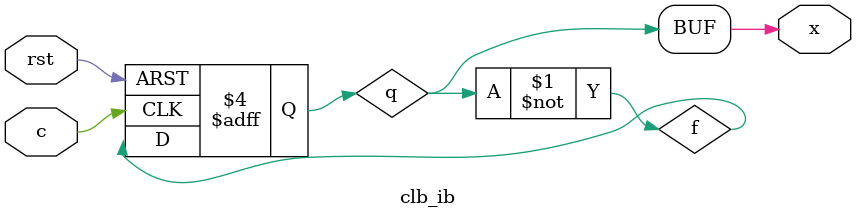
<source format=v>
module clb_ib(
	input c,
	input rst,
	output x
);

	wire f;
	reg q;
	
	assign f = ~q;
	
	always @(posedge c, negedge rst) begin
		if (rst == 1'b0) begin
			q <= 1'b0;
		end else begin
			q <= f;
		end
	end
	
	assign x = q;
	
endmodule

	
</source>
